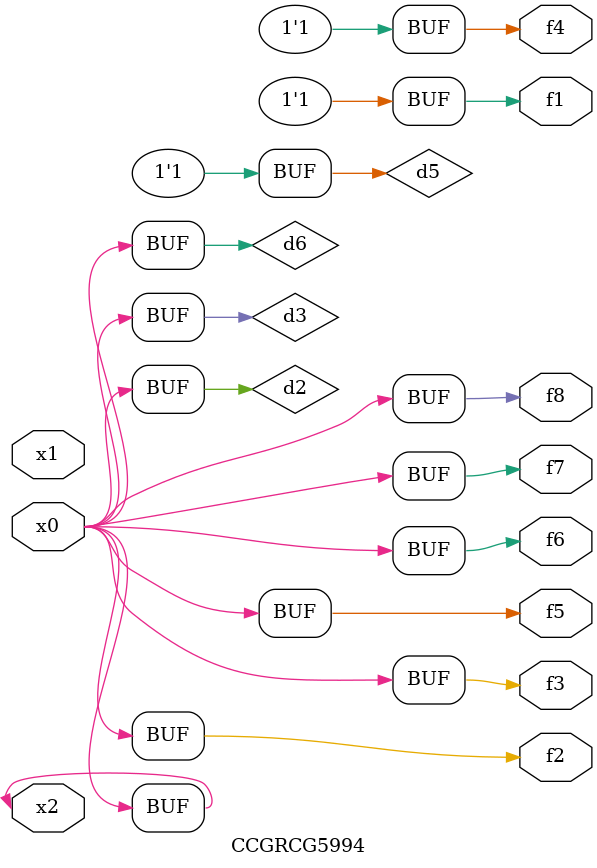
<source format=v>
module CCGRCG5994(
	input x0, x1, x2,
	output f1, f2, f3, f4, f5, f6, f7, f8
);

	wire d1, d2, d3, d4, d5, d6;

	xnor (d1, x2);
	buf (d2, x0, x2);
	and (d3, x0);
	xnor (d4, x1, x2);
	nand (d5, d1, d3);
	buf (d6, d2, d3);
	assign f1 = d5;
	assign f2 = d6;
	assign f3 = d6;
	assign f4 = d5;
	assign f5 = d6;
	assign f6 = d6;
	assign f7 = d6;
	assign f8 = d6;
endmodule

</source>
